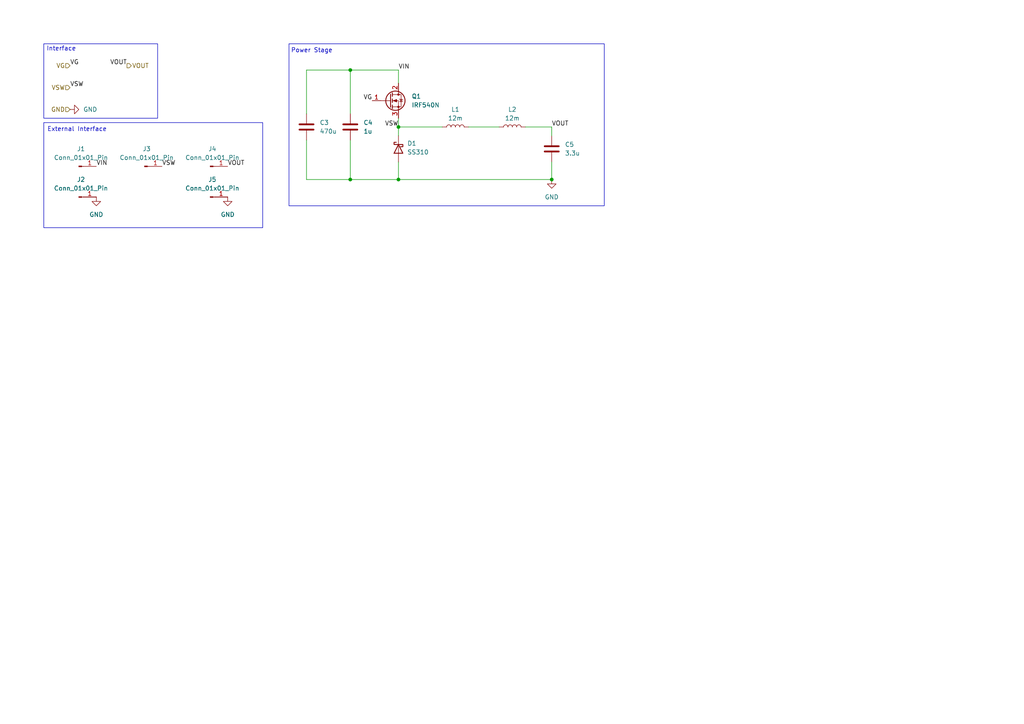
<source format=kicad_sch>
(kicad_sch (version 20231120) (generator "eeschema") (generator_version "8.0")
  (paper "A4")
  (title_block (title "Buck Converter") (date "2025-01-11") (rev "V0") (company "Adam DePinto & Adam Giannetti"))
  (lib_symbols
    (symbol "Connector:Conn_01x01_Pin" (pin_names (offset 1.016) hide)
      (property "Reference" "J" (at 0 2.54 0))
      (property "Value" "Conn_01x01_Pin" (at 0 -2.54 0))
      (symbol "Conn_01x01_Pin_1_1"
        (polyline (pts (xy 1.27 0) (xy 0.8636 0)) (stroke (width 0.1524)))
        (rectangle (start 0.8636 0.127) (end 0 -0.127) (stroke (width 0.1524)) (fill (type outline)))
        (pin passive line (at 5.08 0 180) (length 3.81) (name "Pin_1") (number "1"))
      )
    )
    (symbol "Device:C" (pin_numbers hide) (pin_names (offset 0.254))
      (property "Reference" "C" (at 0.635 2.54 0))
      (property "Value" "C" (at 0.635 -2.54 0))
      (symbol "C_0_1"
        (polyline (pts (xy -2.032 -0.762) (xy 2.032 -0.762)) (stroke (width 0.508)))
        (polyline (pts (xy -2.032 0.762) (xy 2.032 0.762)) (stroke (width 0.508)))
      )
      (symbol "C_1_1"
        (pin passive line (at 0 3.81 270) (length 2.794) (name "~") (number "1"))
        (pin passive line (at 0 -3.81 90) (length 2.794) (name "~") (number "2"))
      )
    )
    (symbol "Device:L" (pin_numbers hide) (pin_names (offset 1.016) hide)
      (property "Reference" "L" (at -1.27 0 90))
      (property "Value" "L" (at 1.905 0 90))
      (symbol "L_0_1"
        (arc (start 0 -2.54) (mid 0.6323 -1.905) (end 0 -1.27))
        (arc (start 0 -1.27) (mid 0.6323 -0.635) (end 0 0))
        (arc (start 0 0) (mid 0.6323 0.635) (end 0 1.27))
        (arc (start 0 1.27) (mid 0.6323 1.905) (end 0 2.54))
      )
      (symbol "L_1_1"
        (pin passive line (at 0 3.81 270) (length 1.27) (name "1") (number "1"))
        (pin passive line (at 0 -3.81 90) (length 1.27) (name "2") (number "2"))
      )
    )
    (symbol "Diode:SS310" (pin_numbers hide) (pin_names (offset 1.016) hide)
      (property "Reference" "D" (at 0 2.54 0))
      (property "Value" "SS310" (at 0 -2.54 0))
      (symbol "SS310_0_1"
        (polyline (pts (xy 1.27 0) (xy -1.27 0)))
        (polyline (pts (xy 1.27 1.27) (xy 1.27 -1.27) (xy -1.27 0) (xy 1.27 1.27)) (stroke (width 0.254)))
        (polyline (pts (xy -1.905 0.635) (xy -1.905 1.27) (xy -1.27 1.27) (xy -1.27 -1.27) (xy -0.635 -1.27) (xy -0.635 -0.635)) (stroke (width 0.254)))
      )
      (symbol "SS310_1_1"
        (pin passive line (at -3.81 0 0) (length 2.54) (name "K") (number "1"))
        (pin passive line (at 3.81 0 180) (length 2.54) (name "A") (number "2"))
      )
    )
    (symbol "Transistor_FET:IRF540N" (pin_names hide)
      (property "Reference" "Q" (at 5.08 1.905 0))
      (property "Value" "IRF540N" (at 5.08 0 0))
      (symbol "IRF540N_0_1"
        (polyline (pts (xy 0.254 0) (xy -2.54 0)))
        (polyline (pts (xy 0.254 1.905) (xy 0.254 -1.905)) (stroke (width 0.254)))
        (polyline (pts (xy 0.762 -1.27) (xy 0.762 -2.286)) (stroke (width 0.254)))
        (polyline (pts (xy 0.762 0.508) (xy 0.762 -0.508)) (stroke (width 0.254)))
        (polyline (pts (xy 0.762 2.286) (xy 0.762 1.27)) (stroke (width 0.254)))
        (polyline (pts (xy 2.54 2.54) (xy 2.54 1.778)))
        (polyline (pts (xy 2.54 -2.54) (xy 2.54 0) (xy 0.762 0)))
        (polyline (pts (xy 0.762 -1.778) (xy 3.302 -1.778) (xy 3.302 1.778) (xy 0.762 1.778)))
        (polyline (pts (xy 1.016 0) (xy 2.032 0.381) (xy 2.032 -0.381) (xy 1.016 0)) (fill (type outline)))
        (polyline (pts (xy 2.794 0.508) (xy 2.921 0.381) (xy 3.683 0.381) (xy 3.81 0.254)))
        (polyline (pts (xy 3.302 0.381) (xy 2.921 -0.254) (xy 3.683 -0.254) (xy 3.302 0.381)))
        (circle (center 1.651 0) (radius 2.794) (stroke (width 0.254)))
        (circle (center 2.54 -1.778) (radius 0.254) (fill (type outline)))
        (circle (center 2.54 1.778) (radius 0.254) (fill (type outline)))
      )
      (symbol "IRF540N_1_1"
        (pin input line (at -5.08 0 0) (length 2.54) (name "G") (number "1"))
        (pin passive line (at 2.54 5.08 270) (length 2.54) (name "D") (number "2"))
        (pin passive line (at 2.54 -5.08 90) (length 2.54) (name "S") (number "3"))
      )
    )
    (symbol "power:GND" (power) (pin_numbers hide) (pin_names (offset 0) hide)
      (property "Value" "GND" (at 0 -3.81 0))
      (symbol "GND_0_1"
        (polyline (pts (xy 0 0) (xy 0 -1.27) (xy 1.27 -1.27) (xy 0 -2.54) (xy -1.27 -1.27) (xy 0 -1.27)))
      )
      (symbol "GND_1_1"
        (pin power_in line (at 0 0 270) (length 0) (name "~") (number "1"))
      )
    )
  )
  (junction (at 101.6 20.32))
  (junction (at 101.6 52.07))
  (junction (at 115.57 36.83))
  (junction (at 115.57 52.07))
  (junction (at 160.02 52.07))
  (wire (pts (xy 101.6 20.32) (xy 101.6 33.02)))
  (wire (pts (xy 88.9 52.07) (xy 101.6 52.07)))
  (wire (pts (xy 152.4 36.83) (xy 160.02 36.83)))
  (wire (pts (xy 101.6 20.32) (xy 115.57 20.32)))
  (wire (pts (xy 115.57 36.83) (xy 115.57 39.37)))
  (wire (pts (xy 88.9 20.32) (xy 101.6 20.32)))
  (wire (pts (xy 115.57 36.83) (xy 128.27 36.83)))
  (wire (pts (xy 135.89 36.83) (xy 144.78 36.83)))
  (wire (pts (xy 101.6 52.07) (xy 101.6 40.64)))
  (wire (pts (xy 115.57 34.29) (xy 115.57 36.83)))
  (wire (pts (xy 160.02 36.83) (xy 160.02 39.37)))
  (wire (pts (xy 115.57 20.32) (xy 115.57 24.13)))
  (wire (pts (xy 115.57 52.07) (xy 160.02 52.07)))
  (wire (pts (xy 115.57 52.07) (xy 101.6 52.07)))
  (wire (pts (xy 115.57 52.07) (xy 115.57 46.99)))
  (wire (pts (xy 88.9 40.64) (xy 88.9 52.07)))
  (wire (pts (xy 88.9 33.02) (xy 88.9 20.32)))
  (wire (pts (xy 160.02 46.99) (xy 160.02 52.07)))
  (rectangle (start 83.82 12.7) (end 175.26 59.69))
  (rectangle (start 12.7 35.56) (end 76.2 66.04))
  (rectangle (start 12.7 12.7) (end 45.72 34.29))
  (text "Interface" (at 17.78 14.224 0) (effects (font (size 1.27 1.27))))
  (text "External Interface" (at 22.352 37.592 0) (effects (font (size 1.27 1.27))))
  (text "Power Stage\n" (at 90.424 14.732 0) (effects (font (size 1.27 1.27))))
  (label "VIN" (at 115.57 20.32 0))
  (label "VG" (at 107.95 29.21 180))
  (label "VSW" (at 46.99 48.26 0))
  (label "VOUT" (at 66.04 48.26 0))
  (label "VSW" (at 115.57 36.83 180))
  (label "VOUT" (at 160.02 36.83 0))
  (label "VOUT" (at 36.83 19.05 180))
  (label "VSW" (at 20.32 25.4 0))
  (label "VG" (at 20.32 19.05 0))
  (label "VIN" (at 27.94 48.26 0))
  (hierarchical_label "VG" (shape input) (at 20.32 19.05 180))
  (hierarchical_label "VOUT" (shape output) (at 36.83 19.05 0))
  (hierarchical_label "VSW" (shape input) (at 20.32 25.4 180))
  (hierarchical_label "GND" (shape input) (at 20.32 31.75 180))
  (symbol (lib_id "Device:C") (at 88.9 36.83 0) (unit 1)
    (property "Reference" "C3" (at 92.71 35.5599 0) (effects (justify left)))
    (property "Value" "470u" (at 92.71 38.0999 0) (effects (justify left)))
    (property "Footprint" "Capacitor_THT:CP_Radial_D18.0mm_P7.50mm" (effects (hide yes)))
    (property "Datasheet" "https://www.digikey.ca/en/products/detail/rubycon/100ZLH470MEFC16X31-5/3564548?s=N4IgTCBcDaIIwAYEC0AyAJALAdgQWQFEAxAYTgDYANAZjgDoBWEAXQF8g" (effects (hide yes)))
    (property "Description" "Electrolytic Capacitor" (effects (hide yes)))
    (property "Part Number" "100ZLH470MEFC16X31.5" (effects (hide yes)))
  )
  (symbol (lib_id "Diode:SS310") (at 115.57 43.18 90) (mirror x) (unit 1)
    (property "Reference" "D1" (at 118.11 41.5924 90) (effects (justify right)))
    (property "Value" "SS310" (at 118.11 44.1324 90) (effects (justify right)))
    (property "Footprint" "Diode_SMD:D_SMA_Handsoldering" (effects (hide yes)))
    (property "Datasheet" "https://www.microdiode.com/uploadfiles//PDF/SS32-THRU-SS3200-SMA.pdf" (effects (hide yes)))
    (property "Description" "100V 3A Schottky Diode, SMA" (effects (hide yes)))
    (property "Part Number" "SS310" (effects (hide yes)))
  )
  (symbol (lib_id "Transistor_FET:IRF540N") (at 113.03 29.21 0) (unit 1)
    (property "Reference" "Q1" (at 119.38 27.9399 0) (effects (justify left)))
    (property "Value" "IRF540N" (at 119.38 30.4799 0) (effects (justify left)))
    (property "Footprint" "Package_TO_SOT_THT:TO-220-3_Vertical" (effects (hide yes)))
    (property "Datasheet" "https://www.digikey.ca/en/products/detail/infineon-technologies/IRF540NPBF/811869" (effects (hide yes)))
    (property "Description" "33A Id, 100V Vds, HEXFET N-Channel MOSFET, TO-220" (effects (hide yes)))
    (property "Part Number" "IRF540NPBF" (effects (hide yes)))
  )
  (symbol (lib_id "Connector:Conn_01x01_Pin") (at 22.86 57.15 0) (unit 1)
    (property "Reference" "J2" (at 23.495 52.07 0))
    (property "Value" "Conn_01x01_Pin" (at 23.495 54.61 0))
    (property "Footprint" "Connector:Banana_Jack_1Pin" (effects (hide yes)))
    (property "Datasheet" "https://www.digikey.ca/en/products/detail/mueller-electric-co/BU-P72930-2/9360365?s=N4IgTCBcDaIEIFUC0AFA7GAnAZgAxIgF0BfIA" (effects (hide yes)))
    (property "Description" "Generic connector, single row, 01x01, script generated" (effects (hide yes)))
    (property "Part Number" "BU-P72930-2" (effects (hide yes)))
  )
  (symbol (lib_id "Device:C") (at 101.6 36.83 0) (unit 1)
    (property "Reference" "C4" (at 105.41 35.5599 0) (effects (justify left)))
    (property "Value" "1u" (at 105.41 38.0999 0) (effects (justify left)))
    (property "Footprint" "Capacitor_SMD:C_0805_2012Metric_Pad1.18x1.45mm_HandSolder" (effects (hide yes)))
    (property "Datasheet" "https://www.digikey.ca/en/products/detail/murata-electronics/GRM21BC72A105KE01L/6606093?s=N4IgTCBcDaIOICUCyYCMAhAwgdjAQVQAYBWAaQFFDUAZEAXQF8g" (effects (hide yes)))
    (property "Description" "Unpolarized Capacitor" (effects (hide yes)))
    (property "Part Number" "GRM21BC72A105KE01L" (effects (hide yes)))
  )
  (symbol (lib_id "Device:L") (at 148.59 36.83 90) (unit 1)
    (property "Reference" "L2" (at 148.59 31.75 90))
    (property "Value" "12m" (at 148.59 34.29 90))
    (property "Footprint" "Inductor_THT:L_Radial_D40.6mm_P27.18mm_Vishay_IHB-4" (effects (hide yes)))
    (property "Datasheet" "https://www.digikey.ca/en/products/detail/bourns-inc/1140-123K-RC/2534471" (effects (hide yes)))
    (property "Description" "Inductor" (effects (hide yes)))
    (property "Part Number" "1140-123K-RC" (effects (hide yes)))
  )
  (symbol (lib_id "power:GND") (at 66.04 57.15 0) (unit 1)
    (property "Reference" "#PWR040" (effects (hide yes)))
    (property "Value" "GND" (at 66.04 62.23 0))
    (property "Description" "Power symbol creates a global label with name \"GND\" , ground" (effects (hide yes)))
  )
  (symbol (lib_id "Device:L") (at 132.08 36.83 90) (unit 1)
    (property "Reference" "L1" (at 132.08 31.75 90))
    (property "Value" "12m" (at 132.08 34.29 90))
    (property "Footprint" "Inductor_THT:L_Radial_D40.6mm_P27.18mm_Vishay_IHB-4" (effects (hide yes)))
    (property "Datasheet" "https://www.digikey.ca/en/products/detail/bourns-inc/1140-123K-RC/2534471" (effects (hide yes)))
    (property "Description" "Inductor" (effects (hide yes)))
    (property "Part Number" "1140-123K-RC" (effects (hide yes)))
  )
  (symbol (lib_id "Connector:Conn_01x01_Pin") (at 60.96 48.26 0) (unit 1)
    (property "Reference" "J4" (at 61.595 43.18 0))
    (property "Value" "Conn_01x01_Pin" (at 61.595 45.72 0))
    (property "Footprint" "Connector:Banana_Jack_1Pin" (effects (hide yes)))
    (property "Datasheet" "https://www.digikey.ca/en/products/detail/mueller-electric-co/BU-P72930-2/9360365?s=N4IgTCBcDaIEIFUC0AFA7GAnAZgAxIgF0BfIA" (effects (hide yes)))
    (property "Description" "Generic connector, single row, 01x01, script generated" (effects (hide yes)))
    (property "Part Number" "BU-P72930-2" (effects (hide yes)))
  )
  (symbol (lib_id "Connector:Conn_01x01_Pin") (at 41.91 48.26 0) (unit 1)
    (property "Reference" "J3" (at 42.545 43.18 0))
    (property "Value" "Conn_01x01_Pin" (at 42.545 45.72 0))
    (property "Footprint" "Connector:Banana_Jack_1Pin" (effects (hide yes)))
    (property "Datasheet" "https://www.digikey.ca/en/products/detail/mueller-electric-co/BU-P72930-2/9360365?s=N4IgTCBcDaIEIFUC0AFA7GAnAZgAxIgF0BfIA" (effects (hide yes)))
    (property "Description" "Generic connector, single row, 01x01, script generated" (effects (hide yes)))
    (property "Part Number" "BU-P72930-2" (effects (hide yes)))
  )
  (symbol (lib_id "Device:C") (at 160.02 43.18 0) (unit 1)
    (property "Reference" "C5" (at 163.83 41.9099 0) (effects (justify left)))
    (property "Value" "3.3u" (at 163.83 44.4499 0) (effects (justify left)))
    (property "Footprint" "Capacitor_THT:CP_Radial_D5.0mm_P2.00mm" (effects (hide yes)))
    (property "Datasheet" "https://www.digikey.ca/en/products/detail/w%C3%BCrth-elektronik/860020772007/5727203" (effects (hide yes)))
    (property "Description" "Electrolytic Capacitor" (effects (hide yes)))
    (property "Part Number" "860020772007" (effects (hide yes)))
  )
  (symbol (lib_id "Connector:Conn_01x01_Pin") (at 22.86 48.26 0) (unit 1)
    (property "Reference" "J1" (at 23.495 43.18 0))
    (property "Value" "Conn_01x01_Pin" (at 23.495 45.72 0))
    (property "Footprint" "Connector:Banana_Jack_1Pin" (effects (hide yes)))
    (property "Datasheet" "https://www.digikey.ca/en/products/detail/mueller-electric-co/BU-P72930-2/9360365?s=N4IgTCBcDaIEIFUC0AFA7GAnAZgAxIgF0BfIA" (effects (hide yes)))
    (property "Description" "Generic connector, single row, 01x01, script generated" (effects (hide yes)))
    (property "Part Number" "BU-P72930-2" (effects (hide yes)))
  )
  (symbol (lib_id "power:GND") (at 160.02 52.07 0) (unit 1)
    (property "Reference" "#PWR056" (effects (hide yes)))
    (property "Value" "GND" (at 160.02 57.15 0))
    (property "Description" "Power symbol creates a global label with name \"GND\" , ground" (effects (hide yes)))
  )
  (symbol (lib_id "power:GND") (at 27.94 57.15 0) (unit 1)
    (property "Reference" "#PWR039" (effects (hide yes)))
    (property "Value" "GND" (at 27.94 62.23 0))
    (property "Description" "Power symbol creates a global label with name \"GND\" , ground" (effects (hide yes)))
  )
  (symbol (lib_id "power:GND") (at 20.32 31.75 90) (unit 1)
    (property "Reference" "#PWR038" (effects (hide yes)))
    (property "Value" "GND" (at 24.13 31.7499 90) (effects (justify right)))
    (property "Description" "Power symbol creates a global label with name \"GND\" , ground" (effects (hide yes)))
  )
  (symbol (lib_id "Connector:Conn_01x01_Pin") (at 60.96 57.15 0) (unit 1)
    (property "Reference" "J5" (at 61.595 52.07 0))
    (property "Value" "Conn_01x01_Pin" (at 61.595 54.61 0))
    (property "Footprint" "Connector:Banana_Jack_1Pin" (effects (hide yes)))
    (property "Datasheet" "https://www.digikey.ca/en/products/detail/mueller-electric-co/BU-P72930-2/9360365?s=N4IgTCBcDaIEIFUC0AFA7GAnAZgAxIgF0BfIA" (effects (hide yes)))
    (property "Description" "Generic connector, single row, 01x01, script generated" (effects (hide yes)))
    (property "Part Number" "BU-P72930-2" (effects (hide yes)))
  )
)
</source>
